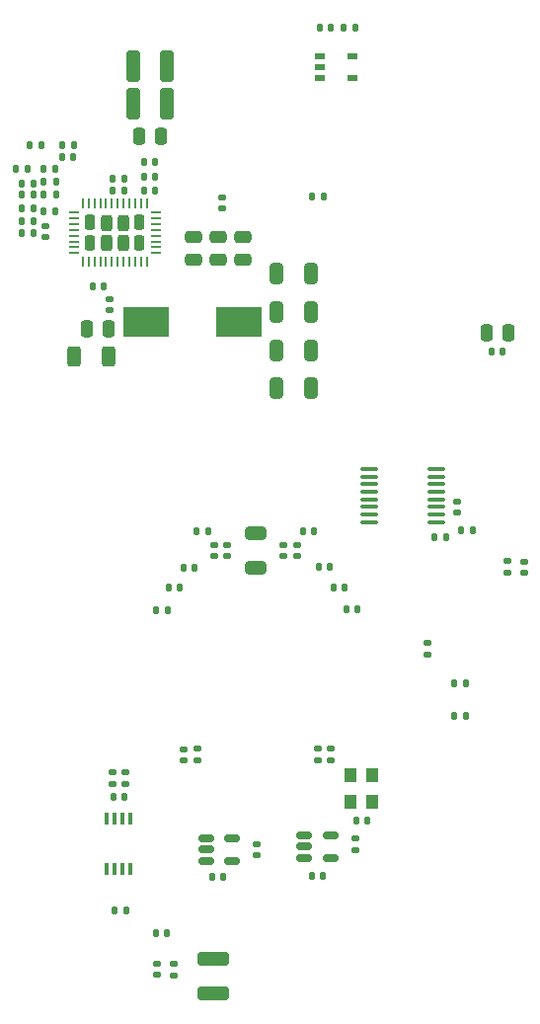
<source format=gbr>
%TF.GenerationSoftware,KiCad,Pcbnew,8.0.7*%
%TF.CreationDate,2025-01-16T15:43:03+03:00*%
%TF.ProjectId,bitshoka,62697473-686f-46b6-912e-6b696361645f,rev?*%
%TF.SameCoordinates,Original*%
%TF.FileFunction,Paste,Top*%
%TF.FilePolarity,Positive*%
%FSLAX46Y46*%
G04 Gerber Fmt 4.6, Leading zero omitted, Abs format (unit mm)*
G04 Created by KiCad (PCBNEW 8.0.7) date 2025-01-16 15:43:03*
%MOMM*%
%LPD*%
G01*
G04 APERTURE LIST*
G04 Aperture macros list*
%AMRoundRect*
0 Rectangle with rounded corners*
0 $1 Rounding radius*
0 $2 $3 $4 $5 $6 $7 $8 $9 X,Y pos of 4 corners*
0 Add a 4 corners polygon primitive as box body*
4,1,4,$2,$3,$4,$5,$6,$7,$8,$9,$2,$3,0*
0 Add four circle primitives for the rounded corners*
1,1,$1+$1,$2,$3*
1,1,$1+$1,$4,$5*
1,1,$1+$1,$6,$7*
1,1,$1+$1,$8,$9*
0 Add four rect primitives between the rounded corners*
20,1,$1+$1,$2,$3,$4,$5,0*
20,1,$1+$1,$4,$5,$6,$7,0*
20,1,$1+$1,$6,$7,$8,$9,0*
20,1,$1+$1,$8,$9,$2,$3,0*%
G04 Aperture macros list end*
%ADD10RoundRect,0.250000X-0.325000X-0.650000X0.325000X-0.650000X0.325000X0.650000X-0.325000X0.650000X0*%
%ADD11RoundRect,0.250000X0.475000X-0.250000X0.475000X0.250000X-0.475000X0.250000X-0.475000X-0.250000X0*%
%ADD12RoundRect,0.135000X0.135000X0.185000X-0.135000X0.185000X-0.135000X-0.185000X0.135000X-0.185000X0*%
%ADD13RoundRect,0.250000X-1.100000X0.325000X-1.100000X-0.325000X1.100000X-0.325000X1.100000X0.325000X0*%
%ADD14RoundRect,0.140000X-0.140000X-0.170000X0.140000X-0.170000X0.140000X0.170000X-0.140000X0.170000X0*%
%ADD15RoundRect,0.140000X0.140000X0.170000X-0.140000X0.170000X-0.140000X-0.170000X0.140000X-0.170000X0*%
%ADD16RoundRect,0.140000X0.170000X-0.140000X0.170000X0.140000X-0.170000X0.140000X-0.170000X-0.140000X0*%
%ADD17RoundRect,0.140000X-0.170000X0.140000X-0.170000X-0.140000X0.170000X-0.140000X0.170000X0.140000X0*%
%ADD18RoundRect,0.135000X-0.185000X0.135000X-0.185000X-0.135000X0.185000X-0.135000X0.185000X0.135000X0*%
%ADD19RoundRect,0.250000X0.312500X0.625000X-0.312500X0.625000X-0.312500X-0.625000X0.312500X-0.625000X0*%
%ADD20RoundRect,0.150000X-0.512500X-0.150000X0.512500X-0.150000X0.512500X0.150000X-0.512500X0.150000X0*%
%ADD21RoundRect,0.135000X-0.135000X-0.185000X0.135000X-0.185000X0.135000X0.185000X-0.135000X0.185000X0*%
%ADD22RoundRect,0.250000X-0.250000X-0.475000X0.250000X-0.475000X0.250000X0.475000X-0.250000X0.475000X0*%
%ADD23RoundRect,0.250000X-0.325000X-1.100000X0.325000X-1.100000X0.325000X1.100000X-0.325000X1.100000X0*%
%ADD24R,1.100000X1.300000*%
%ADD25RoundRect,0.250000X-0.650000X0.325000X-0.650000X-0.325000X0.650000X-0.325000X0.650000X0.325000X0*%
%ADD26RoundRect,0.135000X0.185000X-0.135000X0.185000X0.135000X-0.185000X0.135000X-0.185000X-0.135000X0*%
%ADD27R,0.400000X1.100000*%
%ADD28RoundRect,0.100000X-0.637500X-0.100000X0.637500X-0.100000X0.637500X0.100000X-0.637500X0.100000X0*%
%ADD29R,4.000000X2.600000*%
%ADD30RoundRect,0.220588X0.229412X-0.429412X0.229412X0.429412X-0.229412X0.429412X-0.229412X-0.429412X0*%
%ADD31RoundRect,0.232843X0.242157X-0.467157X0.242157X0.467157X-0.242157X0.467157X-0.242157X-0.467157X0*%
%ADD32RoundRect,0.062500X0.062500X-0.337500X0.062500X0.337500X-0.062500X0.337500X-0.062500X-0.337500X0*%
%ADD33RoundRect,0.062500X0.337500X-0.062500X0.337500X0.062500X-0.337500X0.062500X-0.337500X-0.062500X0*%
%ADD34R,0.952500X0.558800*%
G04 APERTURE END LIST*
D10*
%TO.C,C20*%
X107435000Y-81120000D03*
X110385000Y-81120000D03*
%TD*%
D11*
%TO.C,C15*%
X100360000Y-79860000D03*
X100360000Y-77960000D03*
%TD*%
D12*
%TO.C,R21*%
X122010000Y-103710000D03*
X120990000Y-103710000D03*
%TD*%
D13*
%TO.C,C51*%
X102045000Y-139815000D03*
X102045000Y-142765000D03*
%TD*%
D14*
%TO.C,C9*%
X96090000Y-72760000D03*
X97050000Y-72760000D03*
%TD*%
D15*
%TO.C,C41*%
X101570000Y-103154000D03*
X100610000Y-103154000D03*
%TD*%
D16*
%TO.C,C42*%
X100655438Y-122810000D03*
X100655438Y-121850000D03*
%TD*%
D17*
%TO.C,C40*%
X108072400Y-104360000D03*
X108072400Y-105320000D03*
%TD*%
D18*
%TO.C,R23*%
X94520000Y-123850000D03*
X94520000Y-124870000D03*
%TD*%
D15*
%TO.C,C46*%
X99161000Y-108024000D03*
X98201000Y-108024000D03*
%TD*%
D17*
%TO.C,C39*%
X102110000Y-104360000D03*
X102110000Y-105320000D03*
%TD*%
D19*
%TO.C,R12*%
X93012500Y-88210000D03*
X90087500Y-88210000D03*
%TD*%
D17*
%TO.C,C13*%
X87630000Y-77010000D03*
X87630000Y-77970000D03*
%TD*%
D11*
%TO.C,C14*%
X104580000Y-79880000D03*
X104580000Y-77980000D03*
%TD*%
D20*
%TO.C,U6*%
X101392500Y-129520000D03*
X101392500Y-130470000D03*
X101392500Y-131420000D03*
X103667500Y-131420000D03*
X103667500Y-129520000D03*
%TD*%
D21*
%TO.C,R1*%
X85590000Y-75500000D03*
X86610000Y-75500000D03*
%TD*%
D12*
%TO.C,R8*%
X90070000Y-70100000D03*
X89050000Y-70100000D03*
%TD*%
%TO.C,R11*%
X94390000Y-72930000D03*
X93370000Y-72930000D03*
%TD*%
D10*
%TO.C,C18*%
X107435000Y-87660000D03*
X110385000Y-87660000D03*
%TD*%
D22*
%TO.C,C24*%
X125440000Y-86180000D03*
X127340000Y-86180000D03*
%TD*%
D11*
%TO.C,C16*%
X102480000Y-79860000D03*
X102480000Y-77960000D03*
%TD*%
D16*
%TO.C,C45*%
X99525438Y-122820000D03*
X99525438Y-121860000D03*
%TD*%
D17*
%TO.C,C10*%
X102750000Y-74560000D03*
X102750000Y-75520000D03*
%TD*%
D21*
%TO.C,R2*%
X85110000Y-72100000D03*
X86130000Y-72100000D03*
%TD*%
D16*
%TO.C,C35*%
X112140000Y-122790000D03*
X112140000Y-121830000D03*
%TD*%
D23*
%TO.C,C4*%
X95125000Y-66550000D03*
X98075000Y-66550000D03*
%TD*%
D14*
%TO.C,C6*%
X96090000Y-74000000D03*
X97050000Y-74000000D03*
%TD*%
%TO.C,C25*%
X125910000Y-87790000D03*
X126870000Y-87790000D03*
%TD*%
D24*
%TO.C,U7*%
X115680000Y-126370000D03*
X115680000Y-124070000D03*
X113780000Y-124070000D03*
X113780000Y-126370000D03*
%TD*%
D14*
%TO.C,C27*%
X101940000Y-132840000D03*
X102900000Y-132840000D03*
%TD*%
D12*
%TO.C,R7*%
X88520000Y-74320000D03*
X87500000Y-74320000D03*
%TD*%
D15*
%TO.C,C29*%
X115270000Y-128010000D03*
X114310000Y-128010000D03*
%TD*%
D17*
%TO.C,C12*%
X93100000Y-83280000D03*
X93100000Y-84240000D03*
%TD*%
D12*
%TO.C,R19*%
X123720000Y-118980000D03*
X122700000Y-118980000D03*
%TD*%
D25*
%TO.C,C43*%
X105670000Y-103375000D03*
X105670000Y-106325000D03*
%TD*%
D26*
%TO.C,R25*%
X98640000Y-141260000D03*
X98640000Y-140240000D03*
%TD*%
D17*
%TO.C,C22*%
X128670000Y-105770000D03*
X128670000Y-106730000D03*
%TD*%
D27*
%TO.C,U10*%
X94870000Y-127840000D03*
X94220000Y-127840000D03*
X93570000Y-127840000D03*
X92920000Y-127840000D03*
X92920000Y-132140000D03*
X93570000Y-132140000D03*
X94220000Y-132140000D03*
X94870000Y-132140000D03*
%TD*%
D15*
%TO.C,C8*%
X90040000Y-71130000D03*
X89080000Y-71130000D03*
%TD*%
D21*
%TO.C,R5*%
X87490000Y-75720000D03*
X88510000Y-75720000D03*
%TD*%
D12*
%TO.C,R6*%
X88510000Y-72100000D03*
X87490000Y-72100000D03*
%TD*%
D20*
%TO.C,U5*%
X109843500Y-129279000D03*
X109843500Y-130229000D03*
X109843500Y-131179000D03*
X112118500Y-131179000D03*
X112118500Y-129279000D03*
%TD*%
D17*
%TO.C,C49*%
X122930000Y-100640000D03*
X122930000Y-101600000D03*
%TD*%
D12*
%TO.C,R9*%
X94400000Y-73990000D03*
X93380000Y-73990000D03*
%TD*%
D17*
%TO.C,C38*%
X103240000Y-104360000D03*
X103240000Y-105320000D03*
%TD*%
D15*
%TO.C,C23*%
X114200000Y-60030000D03*
X113240000Y-60030000D03*
%TD*%
D10*
%TO.C,C19*%
X107435000Y-84400000D03*
X110385000Y-84400000D03*
%TD*%
D21*
%TO.C,R4*%
X85590000Y-73360000D03*
X86610000Y-73360000D03*
%TD*%
D18*
%TO.C,R17*%
X120380000Y-112750000D03*
X120380000Y-113770000D03*
%TD*%
D14*
%TO.C,C7*%
X96110000Y-71540000D03*
X97070000Y-71540000D03*
%TD*%
D12*
%TO.C,R13*%
X86600000Y-77640000D03*
X85580000Y-77640000D03*
%TD*%
D17*
%TO.C,C53*%
X97200000Y-140250000D03*
X97200000Y-141210000D03*
%TD*%
D15*
%TO.C,C48*%
X98090000Y-109925000D03*
X97130000Y-109925000D03*
%TD*%
%TO.C,C28*%
X114410000Y-109860000D03*
X113450000Y-109860000D03*
%TD*%
D28*
%TO.C,U9*%
X115427500Y-97855000D03*
X115427500Y-98505000D03*
X115427500Y-99155000D03*
X115427500Y-99805000D03*
X115427500Y-100455000D03*
X115427500Y-101105000D03*
X115427500Y-101755000D03*
X115427500Y-102405000D03*
X121152500Y-102405000D03*
X121152500Y-101755000D03*
X121152500Y-101105000D03*
X121152500Y-100455000D03*
X121152500Y-99805000D03*
X121152500Y-99155000D03*
X121152500Y-98505000D03*
X121152500Y-97855000D03*
%TD*%
D21*
%TO.C,R24*%
X93560000Y-135710000D03*
X94580000Y-135710000D03*
%TD*%
D14*
%TO.C,C5*%
X86310000Y-70110000D03*
X87270000Y-70110000D03*
%TD*%
D15*
%TO.C,C34*%
X112010000Y-106266000D03*
X111050000Y-106266000D03*
%TD*%
D26*
%TO.C,R22*%
X93380000Y-124870000D03*
X93380000Y-123850000D03*
%TD*%
D29*
%TO.C,L1*%
X96295000Y-85255000D03*
X104245000Y-85255000D03*
%TD*%
D10*
%TO.C,C17*%
X107415000Y-90910000D03*
X110365000Y-90910000D03*
%TD*%
D14*
%TO.C,C26*%
X110481000Y-132739000D03*
X111441000Y-132739000D03*
%TD*%
D15*
%TO.C,C47*%
X124270000Y-103110000D03*
X123310000Y-103110000D03*
%TD*%
D16*
%TO.C,C33*%
X111000000Y-122790000D03*
X111000000Y-121830000D03*
%TD*%
D17*
%TO.C,C37*%
X109190000Y-104360000D03*
X109190000Y-105320000D03*
%TD*%
D15*
%TO.C,C1*%
X92650000Y-82220000D03*
X91690000Y-82220000D03*
%TD*%
D12*
%TO.C,R18*%
X123720000Y-116220000D03*
X122700000Y-116220000D03*
%TD*%
D15*
%TO.C,C36*%
X110695000Y-103146000D03*
X109735000Y-103146000D03*
%TD*%
D21*
%TO.C,R15*%
X110480000Y-74510000D03*
X111500000Y-74510000D03*
%TD*%
D30*
%TO.C,U2*%
X91480000Y-78490000D03*
X95680000Y-78490000D03*
D31*
X92880000Y-78440000D03*
X94280000Y-78440000D03*
X92880000Y-76740000D03*
X94280000Y-76740000D03*
D30*
X91480000Y-76690000D03*
X95680000Y-76690000D03*
D32*
X90830000Y-80090000D03*
X91330000Y-80090000D03*
X91830000Y-80090000D03*
X92330000Y-80090000D03*
X92830000Y-80090000D03*
X93330000Y-80090000D03*
X93830000Y-80090000D03*
X94330000Y-80090000D03*
X94830000Y-80090000D03*
X95330000Y-80090000D03*
X95830000Y-80090000D03*
X96330000Y-80090000D03*
D33*
X97080000Y-79340000D03*
X97080000Y-78840000D03*
X97080000Y-78340000D03*
X97080000Y-77840000D03*
X97080000Y-77340000D03*
X97080000Y-76840000D03*
X97080000Y-76340000D03*
X97080000Y-75840000D03*
D32*
X96330000Y-75090000D03*
X95830000Y-75090000D03*
X95330000Y-75090000D03*
X94830000Y-75090000D03*
X94330000Y-75090000D03*
X93830000Y-75090000D03*
X93330000Y-75090000D03*
X92830000Y-75090000D03*
X92330000Y-75090000D03*
X91830000Y-75090000D03*
X91330000Y-75090000D03*
X90830000Y-75090000D03*
D33*
X90080000Y-75840000D03*
X90080000Y-76340000D03*
X90080000Y-76840000D03*
X90080000Y-77340000D03*
X90080000Y-77840000D03*
X90080000Y-78340000D03*
X90080000Y-78840000D03*
X90080000Y-79340000D03*
%TD*%
D23*
%TO.C,C3*%
X95125000Y-63300000D03*
X98075000Y-63300000D03*
%TD*%
D21*
%TO.C,R3*%
X85590000Y-74330000D03*
X86610000Y-74330000D03*
%TD*%
D15*
%TO.C,C50*%
X94440000Y-125940000D03*
X93480000Y-125940000D03*
%TD*%
D12*
%TO.C,R10*%
X88520000Y-73170000D03*
X87500000Y-73170000D03*
%TD*%
D15*
%TO.C,C32*%
X113310000Y-108026000D03*
X112350000Y-108026000D03*
%TD*%
D26*
%TO.C,R16*%
X127240000Y-106770000D03*
X127240000Y-105750000D03*
%TD*%
D15*
%TO.C,C52*%
X98040000Y-137640000D03*
X97080000Y-137640000D03*
%TD*%
D22*
%TO.C,C11*%
X91190000Y-85860000D03*
X93090000Y-85860000D03*
%TD*%
D14*
%TO.C,C21*%
X111140000Y-60030000D03*
X112100000Y-60030000D03*
%TD*%
D21*
%TO.C,R14*%
X85580000Y-76570000D03*
X86600000Y-76570000D03*
%TD*%
D17*
%TO.C,C30*%
X114240000Y-129540000D03*
X114240000Y-130500000D03*
%TD*%
D22*
%TO.C,C2*%
X95650000Y-69350000D03*
X97550000Y-69350000D03*
%TD*%
D15*
%TO.C,C44*%
X100441000Y-106284000D03*
X99481000Y-106284000D03*
%TD*%
D34*
%TO.C,U3*%
X111185050Y-62440200D03*
X111185050Y-63380000D03*
X111185050Y-64319800D03*
X113940950Y-64319800D03*
X113940950Y-62440200D03*
%TD*%
D17*
%TO.C,C31*%
X105750000Y-129990000D03*
X105750000Y-130950000D03*
%TD*%
M02*

</source>
